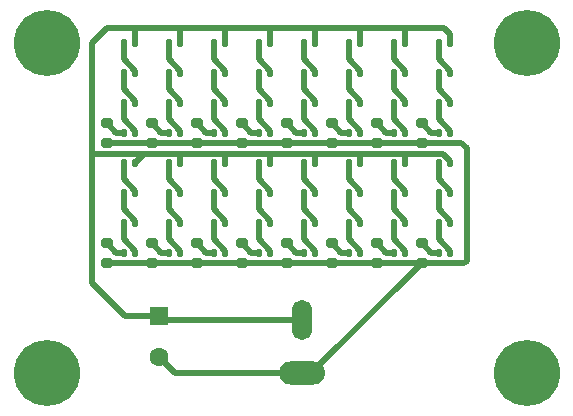
<source format=gbr>
%TF.GenerationSoftware,KiCad,Pcbnew,6.0.2+dfsg-1*%
%TF.CreationDate,2022-11-16T09:07:21-05:00*%
%TF.ProjectId,dragon-light-panel,64726167-6f6e-42d6-9c69-6768742d7061,rev?*%
%TF.SameCoordinates,Original*%
%TF.FileFunction,Copper,L1,Top*%
%TF.FilePolarity,Positive*%
%FSLAX46Y46*%
G04 Gerber Fmt 4.6, Leading zero omitted, Abs format (unit mm)*
G04 Created by KiCad (PCBNEW 6.0.2+dfsg-1) date 2022-11-16 09:07:21*
%MOMM*%
%LPD*%
G01*
G04 APERTURE LIST*
G04 Aperture macros list*
%AMRoundRect*
0 Rectangle with rounded corners*
0 $1 Rounding radius*
0 $2 $3 $4 $5 $6 $7 $8 $9 X,Y pos of 4 corners*
0 Add a 4 corners polygon primitive as box body*
4,1,4,$2,$3,$4,$5,$6,$7,$8,$9,$2,$3,0*
0 Add four circle primitives for the rounded corners*
1,1,$1+$1,$2,$3*
1,1,$1+$1,$4,$5*
1,1,$1+$1,$6,$7*
1,1,$1+$1,$8,$9*
0 Add four rect primitives between the rounded corners*
20,1,$1+$1,$2,$3,$4,$5,0*
20,1,$1+$1,$4,$5,$6,$7,0*
20,1,$1+$1,$6,$7,$8,$9,0*
20,1,$1+$1,$8,$9,$2,$3,0*%
G04 Aperture macros list end*
%TA.AperFunction,SMDPad,CuDef*%
%ADD10RoundRect,0.200000X0.275000X-0.200000X0.275000X0.200000X-0.275000X0.200000X-0.275000X-0.200000X0*%
%TD*%
%TA.AperFunction,SMDPad,CuDef*%
%ADD11RoundRect,0.147500X-0.147500X-0.172500X0.147500X-0.172500X0.147500X0.172500X-0.147500X0.172500X0*%
%TD*%
%TA.AperFunction,ComponentPad*%
%ADD12C,5.600000*%
%TD*%
%TA.AperFunction,ComponentPad*%
%ADD13O,3.900000X1.950000*%
%TD*%
%TA.AperFunction,ComponentPad*%
%ADD14O,1.700000X3.400000*%
%TD*%
%TA.AperFunction,ComponentPad*%
%ADD15R,1.600000X1.600000*%
%TD*%
%TA.AperFunction,ComponentPad*%
%ADD16C,1.600000*%
%TD*%
%TA.AperFunction,Conductor*%
%ADD17C,0.508000*%
%TD*%
G04 APERTURE END LIST*
D10*
%TO.P,R5,1*%
%TO.N,GND*%
X76200000Y-66865000D03*
%TO.P,R5,2*%
%TO.N,Net-(D20-Pad1)*%
X76200000Y-65215000D03*
%TD*%
D11*
%TO.P,D24,1,K*%
%TO.N,Net-(D24-Pad1)*%
X81430000Y-66040000D03*
%TO.P,D24,2,A*%
%TO.N,Net-(D23-Pad1)*%
X82400000Y-66040000D03*
%TD*%
D10*
%TO.P,R4,1*%
%TO.N,GND*%
X72390000Y-66865000D03*
%TO.P,R4,2*%
%TO.N,Net-(D16-Pad1)*%
X72390000Y-65215000D03*
%TD*%
D11*
%TO.P,D44,1,K*%
%TO.N,Net-(D44-Pad1)*%
X70000000Y-76200000D03*
%TO.P,D44,2,A*%
%TO.N,Net-(D43-Pad1)*%
X70970000Y-76200000D03*
%TD*%
%TO.P,D1,1,K*%
%TO.N,Net-(D1-Pad1)*%
X62380000Y-58420000D03*
%TO.P,D1,2,A*%
%TO.N,+12V*%
X63350000Y-58420000D03*
%TD*%
%TO.P,D17,1,K*%
%TO.N,Net-(D17-Pad1)*%
X77620000Y-58420000D03*
%TO.P,D17,2,A*%
%TO.N,+12V*%
X78590000Y-58420000D03*
%TD*%
%TO.P,D41,1,K*%
%TO.N,Net-(D41-Pad1)*%
X70000000Y-68580000D03*
%TO.P,D41,2,A*%
%TO.N,+12V*%
X70970000Y-68580000D03*
%TD*%
D10*
%TO.P,R11,1*%
%TO.N,GND*%
X68580000Y-77025000D03*
%TO.P,R11,2*%
%TO.N,Net-(D44-Pad1)*%
X68580000Y-75375000D03*
%TD*%
D11*
%TO.P,D45,1,K*%
%TO.N,Net-(D45-Pad1)*%
X73810000Y-68580000D03*
%TO.P,D45,2,A*%
%TO.N,+12V*%
X74780000Y-68580000D03*
%TD*%
D10*
%TO.P,R14,1*%
%TO.N,GND*%
X80010000Y-77025000D03*
%TO.P,R14,2*%
%TO.N,Net-(D56-Pad1)*%
X80010000Y-75375000D03*
%TD*%
D11*
%TO.P,D2,1,K*%
%TO.N,Net-(D2-Pad1)*%
X62380000Y-60960000D03*
%TO.P,D2,2,A*%
%TO.N,Net-(D1-Pad1)*%
X63350000Y-60960000D03*
%TD*%
%TO.P,D7,1,K*%
%TO.N,Net-(D7-Pad1)*%
X66190000Y-63500000D03*
%TO.P,D7,2,A*%
%TO.N,Net-(D6-Pad1)*%
X67160000Y-63500000D03*
%TD*%
%TO.P,D51,1,K*%
%TO.N,Net-(D51-Pad1)*%
X77620000Y-73660000D03*
%TO.P,D51,2,A*%
%TO.N,Net-(D50-Pad1)*%
X78590000Y-73660000D03*
%TD*%
%TO.P,D28,1,K*%
%TO.N,Net-(D28-Pad1)*%
X85240000Y-66040000D03*
%TO.P,D28,2,A*%
%TO.N,Net-(D27-Pad1)*%
X86210000Y-66040000D03*
%TD*%
D12*
%TO.P,H4,1,1*%
%TO.N,unconnected-(H4-Pad1)*%
X55880000Y-58420000D03*
%TD*%
D10*
%TO.P,R3,1*%
%TO.N,GND*%
X68580000Y-66865000D03*
%TO.P,R3,2*%
%TO.N,Net-(D12-Pad1)*%
X68580000Y-65215000D03*
%TD*%
D11*
%TO.P,D33,1,K*%
%TO.N,Net-(D33-Pad1)*%
X62380000Y-68580000D03*
%TO.P,D33,2,A*%
%TO.N,+12V*%
X63350000Y-68580000D03*
%TD*%
%TO.P,D22,1,K*%
%TO.N,Net-(D22-Pad1)*%
X81430000Y-60960000D03*
%TO.P,D22,2,A*%
%TO.N,Net-(D21-Pad1)*%
X82400000Y-60960000D03*
%TD*%
%TO.P,D63,1,K*%
%TO.N,Net-(D63-Pad1)*%
X89050000Y-73660000D03*
%TO.P,D63,2,A*%
%TO.N,Net-(D62-Pad1)*%
X90020000Y-73660000D03*
%TD*%
%TO.P,D60,1,K*%
%TO.N,Net-(D60-Pad1)*%
X85240000Y-76200000D03*
%TO.P,D60,2,A*%
%TO.N,Net-(D59-Pad1)*%
X86210000Y-76200000D03*
%TD*%
%TO.P,D52,1,K*%
%TO.N,Net-(D52-Pad1)*%
X77620000Y-76200000D03*
%TO.P,D52,2,A*%
%TO.N,Net-(D51-Pad1)*%
X78590000Y-76200000D03*
%TD*%
%TO.P,D53,1,K*%
%TO.N,Net-(D53-Pad1)*%
X81430000Y-68580000D03*
%TO.P,D53,2,A*%
%TO.N,+12V*%
X82400000Y-68580000D03*
%TD*%
%TO.P,D57,1,K*%
%TO.N,Net-(D57-Pad1)*%
X85240000Y-68580000D03*
%TO.P,D57,2,A*%
%TO.N,+12V*%
X86210000Y-68580000D03*
%TD*%
%TO.P,D25,1,K*%
%TO.N,Net-(D25-Pad1)*%
X85240000Y-58420000D03*
%TO.P,D25,2,A*%
%TO.N,+12V*%
X86210000Y-58420000D03*
%TD*%
%TO.P,D9,1,K*%
%TO.N,Net-(D10-Pad2)*%
X70000000Y-58420000D03*
%TO.P,D9,2,A*%
%TO.N,+12V*%
X70970000Y-58420000D03*
%TD*%
%TO.P,D55,1,K*%
%TO.N,Net-(D55-Pad1)*%
X81430000Y-73660000D03*
%TO.P,D55,2,A*%
%TO.N,Net-(D54-Pad1)*%
X82400000Y-73660000D03*
%TD*%
%TO.P,D62,1,K*%
%TO.N,Net-(D62-Pad1)*%
X89050000Y-71120000D03*
%TO.P,D62,2,A*%
%TO.N,Net-(D61-Pad1)*%
X90020000Y-71120000D03*
%TD*%
%TO.P,D11,1,K*%
%TO.N,Net-(D11-Pad1)*%
X70000000Y-63500000D03*
%TO.P,D11,2,A*%
%TO.N,Net-(D10-Pad1)*%
X70970000Y-63500000D03*
%TD*%
%TO.P,D42,1,K*%
%TO.N,Net-(D42-Pad1)*%
X70000000Y-71120000D03*
%TO.P,D42,2,A*%
%TO.N,Net-(D41-Pad1)*%
X70970000Y-71120000D03*
%TD*%
D12*
%TO.P,H1,1,1*%
%TO.N,unconnected-(H1-Pad1)*%
X96520000Y-86360000D03*
%TD*%
D11*
%TO.P,D47,1,K*%
%TO.N,Net-(D47-Pad1)*%
X73810000Y-73660000D03*
%TO.P,D47,2,A*%
%TO.N,Net-(D46-Pad1)*%
X74780000Y-73660000D03*
%TD*%
%TO.P,D61,1,K*%
%TO.N,Net-(D61-Pad1)*%
X89050000Y-68580000D03*
%TO.P,D61,2,A*%
%TO.N,+12V*%
X90020000Y-68580000D03*
%TD*%
%TO.P,D8,1,K*%
%TO.N,Net-(D8-Pad1)*%
X66190000Y-66040000D03*
%TO.P,D8,2,A*%
%TO.N,Net-(D7-Pad1)*%
X67160000Y-66040000D03*
%TD*%
D12*
%TO.P,H2,1,1*%
%TO.N,unconnected-(H2-Pad1)*%
X55880000Y-86360000D03*
%TD*%
D11*
%TO.P,D37,1,K*%
%TO.N,Net-(D37-Pad1)*%
X66190000Y-68580000D03*
%TO.P,D37,2,A*%
%TO.N,+12V*%
X67160000Y-68580000D03*
%TD*%
%TO.P,D56,1,K*%
%TO.N,Net-(D56-Pad1)*%
X81430000Y-76200000D03*
%TO.P,D56,2,A*%
%TO.N,Net-(D55-Pad1)*%
X82400000Y-76200000D03*
%TD*%
%TO.P,D58,1,K*%
%TO.N,Net-(D58-Pad1)*%
X85240000Y-71120000D03*
%TO.P,D58,2,A*%
%TO.N,Net-(D57-Pad1)*%
X86210000Y-71120000D03*
%TD*%
%TO.P,D48,1,K*%
%TO.N,Net-(D48-Pad1)*%
X73810000Y-76200000D03*
%TO.P,D48,2,A*%
%TO.N,Net-(D47-Pad1)*%
X74780000Y-76200000D03*
%TD*%
%TO.P,D31,1,K*%
%TO.N,Net-(D31-Pad1)*%
X89050000Y-63500000D03*
%TO.P,D31,2,A*%
%TO.N,Net-(D30-Pad1)*%
X90020000Y-63500000D03*
%TD*%
%TO.P,D6,1,K*%
%TO.N,Net-(D6-Pad1)*%
X66190000Y-60960000D03*
%TO.P,D6,2,A*%
%TO.N,Net-(D5-Pad1)*%
X67160000Y-60960000D03*
%TD*%
%TO.P,D14,1,K*%
%TO.N,Net-(D14-Pad1)*%
X73810000Y-60960000D03*
%TO.P,D14,2,A*%
%TO.N,Net-(D13-Pad1)*%
X74780000Y-60960000D03*
%TD*%
%TO.P,D19,1,K*%
%TO.N,Net-(D19-Pad1)*%
X77620000Y-63500000D03*
%TO.P,D19,2,A*%
%TO.N,Net-(D18-Pad1)*%
X78590000Y-63500000D03*
%TD*%
D10*
%TO.P,R15,1*%
%TO.N,GND*%
X83820000Y-77025000D03*
%TO.P,R15,2*%
%TO.N,Net-(D60-Pad1)*%
X83820000Y-75375000D03*
%TD*%
D12*
%TO.P,H3,1,1*%
%TO.N,unconnected-(H3-Pad1)*%
X96520000Y-58420000D03*
%TD*%
D11*
%TO.P,D20,1,K*%
%TO.N,Net-(D20-Pad1)*%
X77620000Y-66040000D03*
%TO.P,D20,2,A*%
%TO.N,Net-(D19-Pad1)*%
X78590000Y-66040000D03*
%TD*%
%TO.P,D36,1,K*%
%TO.N,Net-(D36-Pad1)*%
X62380000Y-76200000D03*
%TO.P,D36,2,A*%
%TO.N,Net-(D35-Pad1)*%
X63350000Y-76200000D03*
%TD*%
%TO.P,D26,1,K*%
%TO.N,Net-(D26-Pad1)*%
X85240000Y-60960000D03*
%TO.P,D26,2,A*%
%TO.N,Net-(D25-Pad1)*%
X86210000Y-60960000D03*
%TD*%
D13*
%TO.P,J1,1*%
%TO.N,GND*%
X77470000Y-86360000D03*
D14*
%TO.P,J1,2*%
%TO.N,+12V*%
X77470000Y-81860000D03*
%TD*%
D11*
%TO.P,D18,1,K*%
%TO.N,Net-(D18-Pad1)*%
X77620000Y-60960000D03*
%TO.P,D18,2,A*%
%TO.N,Net-(D17-Pad1)*%
X78590000Y-60960000D03*
%TD*%
%TO.P,D23,1,K*%
%TO.N,Net-(D23-Pad1)*%
X81430000Y-63500000D03*
%TO.P,D23,2,A*%
%TO.N,Net-(D22-Pad1)*%
X82400000Y-63500000D03*
%TD*%
%TO.P,D54,1,K*%
%TO.N,Net-(D54-Pad1)*%
X81430000Y-71120000D03*
%TO.P,D54,2,A*%
%TO.N,Net-(D53-Pad1)*%
X82400000Y-71120000D03*
%TD*%
%TO.P,D16,1,K*%
%TO.N,Net-(D16-Pad1)*%
X73810000Y-66040000D03*
%TO.P,D16,2,A*%
%TO.N,Net-(D15-Pad1)*%
X74780000Y-66040000D03*
%TD*%
%TO.P,D29,1,K*%
%TO.N,Net-(D29-Pad1)*%
X89050000Y-58420000D03*
%TO.P,D29,2,A*%
%TO.N,+12V*%
X90020000Y-58420000D03*
%TD*%
%TO.P,D64,1,K*%
%TO.N,Net-(D64-Pad1)*%
X89050000Y-76200000D03*
%TO.P,D64,2,A*%
%TO.N,Net-(D63-Pad1)*%
X90020000Y-76200000D03*
%TD*%
D10*
%TO.P,R8,1*%
%TO.N,GND*%
X87630000Y-66865000D03*
%TO.P,R8,2*%
%TO.N,Net-(D32-Pad1)*%
X87630000Y-65215000D03*
%TD*%
D11*
%TO.P,D59,1,K*%
%TO.N,Net-(D59-Pad1)*%
X85240000Y-73660000D03*
%TO.P,D59,2,A*%
%TO.N,Net-(D58-Pad1)*%
X86210000Y-73660000D03*
%TD*%
%TO.P,D27,1,K*%
%TO.N,Net-(D27-Pad1)*%
X85240000Y-63500000D03*
%TO.P,D27,2,A*%
%TO.N,Net-(D26-Pad1)*%
X86210000Y-63500000D03*
%TD*%
%TO.P,D5,1,K*%
%TO.N,Net-(D5-Pad1)*%
X66190000Y-58420000D03*
%TO.P,D5,2,A*%
%TO.N,+12V*%
X67160000Y-58420000D03*
%TD*%
D10*
%TO.P,R9,1*%
%TO.N,GND*%
X60960000Y-77025000D03*
%TO.P,R9,2*%
%TO.N,Net-(D36-Pad1)*%
X60960000Y-75375000D03*
%TD*%
D11*
%TO.P,D43,1,K*%
%TO.N,Net-(D43-Pad1)*%
X70000000Y-73660000D03*
%TO.P,D43,2,A*%
%TO.N,Net-(D42-Pad1)*%
X70970000Y-73660000D03*
%TD*%
D10*
%TO.P,R7,1*%
%TO.N,GND*%
X83820000Y-66865000D03*
%TO.P,R7,2*%
%TO.N,Net-(D28-Pad1)*%
X83820000Y-65215000D03*
%TD*%
D11*
%TO.P,D3,1,K*%
%TO.N,Net-(D3-Pad1)*%
X62380000Y-63500000D03*
%TO.P,D3,2,A*%
%TO.N,Net-(D2-Pad1)*%
X63350000Y-63500000D03*
%TD*%
D10*
%TO.P,R1,1*%
%TO.N,GND*%
X60960000Y-66865000D03*
%TO.P,R1,2*%
%TO.N,Net-(D4-Pad1)*%
X60960000Y-65215000D03*
%TD*%
%TO.P,R13,1*%
%TO.N,GND*%
X76200000Y-77025000D03*
%TO.P,R13,2*%
%TO.N,Net-(D52-Pad1)*%
X76200000Y-75375000D03*
%TD*%
D15*
%TO.P,C1,1*%
%TO.N,+12V*%
X65405000Y-81532349D03*
D16*
%TO.P,C1,2*%
%TO.N,GND*%
X65405000Y-85032349D03*
%TD*%
D10*
%TO.P,R16,1*%
%TO.N,GND*%
X87630000Y-77025000D03*
%TO.P,R16,2*%
%TO.N,Net-(D64-Pad1)*%
X87630000Y-75375000D03*
%TD*%
D11*
%TO.P,D35,1,K*%
%TO.N,Net-(D35-Pad1)*%
X62380000Y-73660000D03*
%TO.P,D35,2,A*%
%TO.N,Net-(D34-Pad1)*%
X63350000Y-73660000D03*
%TD*%
%TO.P,D38,1,K*%
%TO.N,Net-(D38-Pad1)*%
X66190000Y-71120000D03*
%TO.P,D38,2,A*%
%TO.N,Net-(D37-Pad1)*%
X67160000Y-71120000D03*
%TD*%
%TO.P,D10,1,K*%
%TO.N,Net-(D10-Pad1)*%
X70000000Y-60960000D03*
%TO.P,D10,2,A*%
%TO.N,Net-(D10-Pad2)*%
X70970000Y-60960000D03*
%TD*%
%TO.P,D34,1,K*%
%TO.N,Net-(D34-Pad1)*%
X62380000Y-71120000D03*
%TO.P,D34,2,A*%
%TO.N,Net-(D33-Pad1)*%
X63350000Y-71120000D03*
%TD*%
%TO.P,D30,1,K*%
%TO.N,Net-(D30-Pad1)*%
X89050000Y-60960000D03*
%TO.P,D30,2,A*%
%TO.N,Net-(D29-Pad1)*%
X90020000Y-60960000D03*
%TD*%
%TO.P,D13,1,K*%
%TO.N,Net-(D13-Pad1)*%
X73810000Y-58420000D03*
%TO.P,D13,2,A*%
%TO.N,+12V*%
X74780000Y-58420000D03*
%TD*%
%TO.P,D21,1,K*%
%TO.N,Net-(D21-Pad1)*%
X81430000Y-58420000D03*
%TO.P,D21,2,A*%
%TO.N,+12V*%
X82400000Y-58420000D03*
%TD*%
%TO.P,D46,1,K*%
%TO.N,Net-(D46-Pad1)*%
X73810000Y-71120000D03*
%TO.P,D46,2,A*%
%TO.N,Net-(D45-Pad1)*%
X74780000Y-71120000D03*
%TD*%
%TO.P,D39,1,K*%
%TO.N,Net-(D39-Pad1)*%
X66190000Y-73660000D03*
%TO.P,D39,2,A*%
%TO.N,Net-(D38-Pad1)*%
X67160000Y-73660000D03*
%TD*%
%TO.P,D32,1,K*%
%TO.N,Net-(D32-Pad1)*%
X89050000Y-66040000D03*
%TO.P,D32,2,A*%
%TO.N,Net-(D31-Pad1)*%
X90020000Y-66040000D03*
%TD*%
D10*
%TO.P,R2,1*%
%TO.N,GND*%
X64770000Y-66865000D03*
%TO.P,R2,2*%
%TO.N,Net-(D8-Pad1)*%
X64770000Y-65215000D03*
%TD*%
%TO.P,R6,1*%
%TO.N,GND*%
X80010000Y-66865000D03*
%TO.P,R6,2*%
%TO.N,Net-(D24-Pad1)*%
X80010000Y-65215000D03*
%TD*%
%TO.P,R10,1*%
%TO.N,GND*%
X64770000Y-77025000D03*
%TO.P,R10,2*%
%TO.N,Net-(D40-Pad1)*%
X64770000Y-75375000D03*
%TD*%
D11*
%TO.P,D40,1,K*%
%TO.N,Net-(D40-Pad1)*%
X66190000Y-76200000D03*
%TO.P,D40,2,A*%
%TO.N,Net-(D39-Pad1)*%
X67160000Y-76200000D03*
%TD*%
%TO.P,D12,1,K*%
%TO.N,Net-(D12-Pad1)*%
X70000000Y-66040000D03*
%TO.P,D12,2,A*%
%TO.N,Net-(D11-Pad1)*%
X70970000Y-66040000D03*
%TD*%
%TO.P,D49,1,K*%
%TO.N,Net-(D49-Pad1)*%
X77620000Y-68580000D03*
%TO.P,D49,2,A*%
%TO.N,+12V*%
X78590000Y-68580000D03*
%TD*%
%TO.P,D4,1,K*%
%TO.N,Net-(D4-Pad1)*%
X62380000Y-66040000D03*
%TO.P,D4,2,A*%
%TO.N,Net-(D3-Pad1)*%
X63350000Y-66040000D03*
%TD*%
%TO.P,D15,1,K*%
%TO.N,Net-(D15-Pad1)*%
X73810000Y-63500000D03*
%TO.P,D15,2,A*%
%TO.N,Net-(D14-Pad1)*%
X74780000Y-63500000D03*
%TD*%
%TO.P,D50,1,K*%
%TO.N,Net-(D50-Pad1)*%
X77620000Y-71120000D03*
%TO.P,D50,2,A*%
%TO.N,Net-(D49-Pad1)*%
X78590000Y-71120000D03*
%TD*%
D10*
%TO.P,R12,1*%
%TO.N,GND*%
X72390000Y-77025000D03*
%TO.P,R12,2*%
%TO.N,Net-(D48-Pad1)*%
X72390000Y-75375000D03*
%TD*%
D17*
%TO.N,GND*%
X65405000Y-85032349D02*
X66732651Y-86360000D01*
X66732651Y-86360000D02*
X77470000Y-86360000D01*
%TO.N,+12V*%
X65405000Y-81532349D02*
X62482349Y-81532349D01*
X62482349Y-81532349D02*
X59690000Y-78740000D01*
X59690000Y-78740000D02*
X59690000Y-66994216D01*
X77470000Y-81860000D02*
X65732651Y-81860000D01*
X65732651Y-81860000D02*
X65405000Y-81532349D01*
X78590000Y-68580000D02*
X78590000Y-67817960D01*
X59690000Y-67806480D02*
X59690000Y-66994216D01*
X64123520Y-67806480D02*
X67171480Y-67806480D01*
X70970000Y-67817960D02*
X70981480Y-67806480D01*
X70981480Y-67806480D02*
X74791480Y-67806480D01*
X71120000Y-57150000D02*
X74930000Y-57150000D01*
X82400000Y-57300000D02*
X82550000Y-57150000D01*
X63350000Y-58420000D02*
X63350000Y-57300000D01*
X82550000Y-57150000D02*
X86360000Y-57150000D01*
X78590000Y-58420000D02*
X78590000Y-57300000D01*
X89535000Y-57150000D02*
X90020000Y-57635000D01*
X89446450Y-67806480D02*
X90020000Y-68380030D01*
X63350000Y-68580000D02*
X64123520Y-67806480D01*
X59690000Y-58420000D02*
X60960000Y-57150000D01*
X78590000Y-67817960D02*
X78601480Y-67806480D01*
X67171480Y-67806480D02*
X70981480Y-67806480D01*
X82400000Y-58420000D02*
X82400000Y-57300000D01*
X74780000Y-57300000D02*
X74930000Y-57150000D01*
X86210000Y-68580000D02*
X86210000Y-67817960D01*
X86360000Y-57150000D02*
X89535000Y-57150000D01*
X60960000Y-57150000D02*
X63500000Y-57150000D01*
X70970000Y-58420000D02*
X70970000Y-57300000D01*
X63500000Y-57150000D02*
X67310000Y-57150000D01*
X78601480Y-67806480D02*
X82411480Y-67806480D01*
X67310000Y-57150000D02*
X71120000Y-57150000D01*
X64123520Y-67806480D02*
X59690000Y-67806480D01*
X67160000Y-58420000D02*
X67160000Y-57300000D01*
X82411480Y-67806480D02*
X86221480Y-67806480D01*
X67160000Y-57300000D02*
X67310000Y-57150000D01*
X67160000Y-67817960D02*
X67171480Y-67806480D01*
X70970000Y-57300000D02*
X71120000Y-57150000D01*
X78590000Y-57300000D02*
X78740000Y-57150000D01*
X74930000Y-57150000D02*
X78740000Y-57150000D01*
X90020000Y-57635000D02*
X90020000Y-58420000D01*
X74780000Y-58420000D02*
X74780000Y-57300000D01*
X82400000Y-68580000D02*
X82400000Y-67817960D01*
X82400000Y-67817960D02*
X82411480Y-67806480D01*
X86221480Y-67806480D02*
X89446450Y-67806480D01*
X86210000Y-57300000D02*
X86360000Y-57150000D01*
X78740000Y-57150000D02*
X82550000Y-57150000D01*
X67160000Y-68580000D02*
X67160000Y-67817960D01*
X74780000Y-67817960D02*
X74791480Y-67806480D01*
X59690000Y-66994216D02*
X59690000Y-58420000D01*
X63350000Y-57300000D02*
X63500000Y-57150000D01*
X86210000Y-67817960D02*
X86221480Y-67806480D01*
X70970000Y-68580000D02*
X70970000Y-67817960D01*
X74791480Y-67806480D02*
X78601480Y-67806480D01*
X86210000Y-58420000D02*
X86210000Y-57300000D01*
X74780000Y-68580000D02*
X74780000Y-67817960D01*
X90020000Y-68380030D02*
X90020000Y-68580000D01*
%TO.N,GND*%
X83820000Y-66865000D02*
X87630000Y-66865000D01*
X91250000Y-77025000D02*
X91440000Y-76835000D01*
X80010000Y-66865000D02*
X83820000Y-66865000D01*
X90995000Y-66865000D02*
X87630000Y-66865000D01*
X77470000Y-86360000D02*
X78295000Y-86360000D01*
X60960000Y-77025000D02*
X87630000Y-77025000D01*
X60960000Y-66865000D02*
X64770000Y-66865000D01*
X78295000Y-86360000D02*
X87630000Y-77025000D01*
X76200000Y-66865000D02*
X80010000Y-66865000D01*
X72390000Y-66865000D02*
X76200000Y-66865000D01*
X91440000Y-76835000D02*
X91440000Y-67310000D01*
X91440000Y-67310000D02*
X90995000Y-66865000D01*
X64770000Y-66865000D02*
X68580000Y-66865000D01*
X68580000Y-66865000D02*
X72390000Y-66865000D01*
X87630000Y-77025000D02*
X91250000Y-77025000D01*
%TO.N,Net-(D1-Pad1)*%
X63350000Y-60760030D02*
X63350000Y-60960000D01*
X62380000Y-59790030D02*
X63350000Y-60760030D01*
X62380000Y-58420000D02*
X62380000Y-59790030D01*
%TO.N,Net-(D5-Pad1)*%
X66190000Y-59790030D02*
X67160000Y-60760030D01*
X67160000Y-60760030D02*
X67160000Y-60960000D01*
X66190000Y-58420000D02*
X66190000Y-59790030D01*
%TO.N,Net-(D21-Pad1)*%
X82400000Y-60760030D02*
X82400000Y-60960000D01*
X81430000Y-59790030D02*
X82400000Y-60760030D01*
X81430000Y-58420000D02*
X81430000Y-59790030D01*
%TO.N,Net-(D25-Pad1)*%
X85240000Y-59790030D02*
X86210000Y-60760030D01*
X85240000Y-58420000D02*
X85240000Y-59790030D01*
X86210000Y-60760030D02*
X86210000Y-60960000D01*
%TO.N,Net-(D10-Pad1)*%
X70000000Y-60960000D02*
X70000000Y-62330030D01*
X70000000Y-62330030D02*
X70970000Y-63300030D01*
X70970000Y-63300030D02*
X70970000Y-63500000D01*
%TO.N,Net-(D10-Pad2)*%
X70970000Y-60760030D02*
X70970000Y-60960000D01*
X70000000Y-59790030D02*
X70970000Y-60760030D01*
X70000000Y-58420000D02*
X70000000Y-59790030D01*
%TO.N,Net-(D13-Pad1)*%
X73810000Y-58420000D02*
X73810000Y-59790030D01*
X73810000Y-59790030D02*
X74780000Y-60760030D01*
X74780000Y-60760030D02*
X74780000Y-60960000D01*
%TO.N,Net-(D17-Pad1)*%
X77620000Y-59790030D02*
X78590000Y-60760030D01*
X77620000Y-58420000D02*
X77620000Y-59790030D01*
X78590000Y-60760030D02*
X78590000Y-60960000D01*
%TO.N,Net-(D29-Pad1)*%
X89050000Y-58420000D02*
X89050000Y-59790030D01*
X90020000Y-60760030D02*
X90020000Y-60960000D01*
X89050000Y-59790030D02*
X90020000Y-60760030D01*
%TO.N,Net-(D33-Pad1)*%
X63350000Y-70920030D02*
X63350000Y-71120000D01*
X62380000Y-69950030D02*
X63350000Y-70920030D01*
X62380000Y-68580000D02*
X62380000Y-69950030D01*
%TO.N,Net-(D37-Pad1)*%
X66190000Y-68580000D02*
X66190000Y-69950030D01*
X67160000Y-70920030D02*
X67160000Y-71120000D01*
X66190000Y-69950030D02*
X67160000Y-70920030D01*
%TO.N,Net-(D41-Pad1)*%
X70970000Y-70920030D02*
X70970000Y-71120000D01*
X70000000Y-68580000D02*
X70000000Y-69950030D01*
X70000000Y-69950030D02*
X70970000Y-70920030D01*
%TO.N,Net-(D45-Pad1)*%
X73810000Y-68580000D02*
X73810000Y-69950030D01*
X74780000Y-70920030D02*
X74780000Y-71120000D01*
X73810000Y-69950030D02*
X74780000Y-70920030D01*
%TO.N,Net-(D49-Pad1)*%
X78590000Y-70920030D02*
X78590000Y-71120000D01*
X77620000Y-68580000D02*
X77620000Y-69950030D01*
X77620000Y-69950030D02*
X78590000Y-70920030D01*
%TO.N,Net-(D53-Pad1)*%
X81430000Y-69950030D02*
X82400000Y-70920030D01*
X81430000Y-68580000D02*
X81430000Y-69950030D01*
X82400000Y-70920030D02*
X82400000Y-71120000D01*
%TO.N,Net-(D57-Pad1)*%
X85240000Y-68580000D02*
X85240000Y-69950030D01*
X86210000Y-70920030D02*
X86210000Y-71120000D01*
X85240000Y-69950030D02*
X86210000Y-70920030D01*
%TO.N,Net-(D61-Pad1)*%
X90020000Y-70920030D02*
X90020000Y-71120000D01*
X89050000Y-68580000D02*
X89050000Y-69950030D01*
X89050000Y-69950030D02*
X90020000Y-70920030D01*
%TO.N,Net-(D2-Pad1)*%
X63350000Y-63300030D02*
X63350000Y-63500000D01*
X62380000Y-62330030D02*
X63350000Y-63300030D01*
X62380000Y-60960000D02*
X62380000Y-62330030D01*
%TO.N,Net-(D3-Pad1)*%
X62380000Y-64870030D02*
X63350000Y-65840030D01*
X63350000Y-65840030D02*
X63350000Y-66040000D01*
X62380000Y-63500000D02*
X62380000Y-64870030D01*
%TO.N,Net-(D4-Pad1)*%
X61785000Y-66040000D02*
X60960000Y-65215000D01*
X62380000Y-66040000D02*
X61785000Y-66040000D01*
%TO.N,Net-(D6-Pad1)*%
X66190000Y-62330030D02*
X67160000Y-63300030D01*
X67160000Y-63300030D02*
X67160000Y-63500000D01*
X66190000Y-60960000D02*
X66190000Y-62330030D01*
%TO.N,Net-(D7-Pad1)*%
X66190000Y-64870030D02*
X67160000Y-65840030D01*
X66190000Y-63500000D02*
X66190000Y-64870030D01*
X67160000Y-65840030D02*
X67160000Y-66040000D01*
%TO.N,Net-(D8-Pad1)*%
X65595000Y-66040000D02*
X64770000Y-65215000D01*
X66190000Y-66040000D02*
X65595000Y-66040000D01*
%TO.N,Net-(D11-Pad1)*%
X70000000Y-63500000D02*
X70000000Y-64870030D01*
X70000000Y-64870030D02*
X70970000Y-65840030D01*
X70970000Y-65840030D02*
X70970000Y-66040000D01*
%TO.N,Net-(D12-Pad1)*%
X69405000Y-66040000D02*
X68580000Y-65215000D01*
X70000000Y-66040000D02*
X69405000Y-66040000D01*
%TO.N,Net-(D14-Pad1)*%
X74780000Y-63300030D02*
X74780000Y-63500000D01*
X73810000Y-60960000D02*
X73810000Y-62330030D01*
X73810000Y-62330030D02*
X74780000Y-63300030D01*
%TO.N,Net-(D15-Pad1)*%
X74780000Y-65840030D02*
X74780000Y-66040000D01*
X73810000Y-64870030D02*
X74780000Y-65840030D01*
X73810000Y-63500000D02*
X73810000Y-64870030D01*
%TO.N,Net-(D16-Pad1)*%
X73810000Y-66040000D02*
X73215000Y-66040000D01*
X73215000Y-66040000D02*
X72390000Y-65215000D01*
%TO.N,Net-(D18-Pad1)*%
X77620000Y-62330030D02*
X78590000Y-63300030D01*
X78590000Y-63300030D02*
X78590000Y-63500000D01*
X77620000Y-60960000D02*
X77620000Y-62330030D01*
%TO.N,Net-(D19-Pad1)*%
X78590000Y-65840030D02*
X78590000Y-66040000D01*
X77620000Y-64870030D02*
X78590000Y-65840030D01*
X77620000Y-63500000D02*
X77620000Y-64870030D01*
%TO.N,Net-(D20-Pad1)*%
X77025000Y-66040000D02*
X76200000Y-65215000D01*
X77620000Y-66040000D02*
X77025000Y-66040000D01*
%TO.N,Net-(D22-Pad1)*%
X81430000Y-62330030D02*
X82400000Y-63300030D01*
X82400000Y-63300030D02*
X82400000Y-63500000D01*
X81430000Y-60960000D02*
X81430000Y-62330030D01*
%TO.N,Net-(D23-Pad1)*%
X81430000Y-64870030D02*
X82400000Y-65840030D01*
X82400000Y-65840030D02*
X82400000Y-66040000D01*
X81430000Y-63500000D02*
X81430000Y-64870030D01*
%TO.N,Net-(D24-Pad1)*%
X80835000Y-66040000D02*
X80010000Y-65215000D01*
X81430000Y-66040000D02*
X80835000Y-66040000D01*
%TO.N,Net-(D26-Pad1)*%
X85240000Y-60960000D02*
X85240000Y-62330030D01*
X85240000Y-62330030D02*
X86210000Y-63300030D01*
X86210000Y-63300030D02*
X86210000Y-63500000D01*
%TO.N,Net-(D27-Pad1)*%
X85240000Y-64870030D02*
X86210000Y-65840030D01*
X85240000Y-63500000D02*
X85240000Y-64870030D01*
X86210000Y-65840030D02*
X86210000Y-66040000D01*
%TO.N,Net-(D28-Pad1)*%
X85240000Y-66040000D02*
X84645000Y-66040000D01*
X84645000Y-66040000D02*
X83820000Y-65215000D01*
%TO.N,Net-(D30-Pad1)*%
X90020000Y-63300030D02*
X90020000Y-63500000D01*
X89050000Y-60960000D02*
X89050000Y-62330030D01*
X89050000Y-62330030D02*
X90020000Y-63300030D01*
%TO.N,Net-(D31-Pad1)*%
X89050000Y-63500000D02*
X89050000Y-64870030D01*
X89050000Y-64870030D02*
X90020000Y-65840030D01*
X90020000Y-65840030D02*
X90020000Y-66040000D01*
%TO.N,Net-(D32-Pad1)*%
X88455000Y-66040000D02*
X87630000Y-65215000D01*
X89050000Y-66040000D02*
X88455000Y-66040000D01*
%TO.N,Net-(D34-Pad1)*%
X63350000Y-73460030D02*
X63350000Y-73660000D01*
X62380000Y-72490030D02*
X63350000Y-73460030D01*
X62380000Y-71120000D02*
X62380000Y-72490030D01*
%TO.N,Net-(D35-Pad1)*%
X62380000Y-73660000D02*
X62380000Y-75030030D01*
X62380000Y-75030030D02*
X63350000Y-76000030D01*
X63350000Y-76000030D02*
X63350000Y-76200000D01*
%TO.N,Net-(D36-Pad1)*%
X61785000Y-76200000D02*
X60960000Y-75375000D01*
X62380000Y-76200000D02*
X61785000Y-76200000D01*
%TO.N,Net-(D38-Pad1)*%
X67160000Y-73460030D02*
X67160000Y-73660000D01*
X66190000Y-72490030D02*
X67160000Y-73460030D01*
X66190000Y-71120000D02*
X66190000Y-72490030D01*
%TO.N,Net-(D39-Pad1)*%
X66190000Y-73660000D02*
X66190000Y-75030030D01*
X66190000Y-75030030D02*
X67160000Y-76000030D01*
X67160000Y-76000030D02*
X67160000Y-76200000D01*
%TO.N,Net-(D40-Pad1)*%
X66190000Y-76200000D02*
X65595000Y-76200000D01*
X65595000Y-76200000D02*
X64770000Y-75375000D01*
%TO.N,Net-(D42-Pad1)*%
X70000000Y-71120000D02*
X70000000Y-72490030D01*
X70970000Y-73460030D02*
X70970000Y-73660000D01*
X70000000Y-72490030D02*
X70970000Y-73460030D01*
%TO.N,Net-(D43-Pad1)*%
X70000000Y-73660000D02*
X70000000Y-75030030D01*
X70000000Y-75030030D02*
X70970000Y-76000030D01*
X70970000Y-76000030D02*
X70970000Y-76200000D01*
%TO.N,Net-(D44-Pad1)*%
X70000000Y-76200000D02*
X69405000Y-76200000D01*
X69405000Y-76200000D02*
X68580000Y-75375000D01*
%TO.N,Net-(D46-Pad1)*%
X73810000Y-72490030D02*
X74780000Y-73460030D01*
X74780000Y-73460030D02*
X74780000Y-73660000D01*
X73810000Y-71120000D02*
X73810000Y-72490030D01*
%TO.N,Net-(D47-Pad1)*%
X73810000Y-75030030D02*
X74780000Y-76000030D01*
X73810000Y-73660000D02*
X73810000Y-75030030D01*
X74780000Y-76000030D02*
X74780000Y-76200000D01*
%TO.N,Net-(D48-Pad1)*%
X73215000Y-76200000D02*
X72390000Y-75375000D01*
X73810000Y-76200000D02*
X73215000Y-76200000D01*
%TO.N,Net-(D50-Pad1)*%
X77620000Y-71120000D02*
X77620000Y-72490030D01*
X77620000Y-72490030D02*
X78590000Y-73460030D01*
X78590000Y-73460030D02*
X78590000Y-73660000D01*
%TO.N,Net-(D51-Pad1)*%
X78590000Y-76000030D02*
X78590000Y-76200000D01*
X77620000Y-73660000D02*
X77620000Y-75030030D01*
X77620000Y-75030030D02*
X78590000Y-76000030D01*
%TO.N,Net-(D52-Pad1)*%
X77025000Y-76200000D02*
X76200000Y-75375000D01*
X77620000Y-76200000D02*
X77025000Y-76200000D01*
%TO.N,Net-(D54-Pad1)*%
X82400000Y-73460030D02*
X82400000Y-73660000D01*
X81430000Y-72490030D02*
X82400000Y-73460030D01*
X81430000Y-71120000D02*
X81430000Y-72490030D01*
%TO.N,Net-(D55-Pad1)*%
X81430000Y-75030030D02*
X82400000Y-76000030D01*
X82400000Y-76000030D02*
X82400000Y-76200000D01*
X81430000Y-73660000D02*
X81430000Y-75030030D01*
%TO.N,Net-(D56-Pad1)*%
X81430000Y-76200000D02*
X80835000Y-76200000D01*
X80835000Y-76200000D02*
X80010000Y-75375000D01*
%TO.N,Net-(D58-Pad1)*%
X85240000Y-72490030D02*
X86210000Y-73460030D01*
X85240000Y-71120000D02*
X85240000Y-72490030D01*
X86210000Y-73460030D02*
X86210000Y-73660000D01*
%TO.N,Net-(D59-Pad1)*%
X85240000Y-75030030D02*
X86210000Y-76000030D01*
X85240000Y-73660000D02*
X85240000Y-75030030D01*
X86210000Y-76000030D02*
X86210000Y-76200000D01*
%TO.N,Net-(D60-Pad1)*%
X85240000Y-76200000D02*
X84645000Y-76200000D01*
X84645000Y-76200000D02*
X83820000Y-75375000D01*
%TO.N,Net-(D62-Pad1)*%
X89050000Y-71120000D02*
X89050000Y-72490030D01*
X90020000Y-73460030D02*
X90020000Y-73660000D01*
X89050000Y-72490030D02*
X90020000Y-73460030D01*
%TO.N,Net-(D63-Pad1)*%
X89050000Y-75030030D02*
X90020000Y-76000030D01*
X90020000Y-76000030D02*
X90020000Y-76200000D01*
X89050000Y-73660000D02*
X89050000Y-75030030D01*
%TO.N,Net-(D64-Pad1)*%
X88455000Y-76200000D02*
X87630000Y-75375000D01*
X89050000Y-76200000D02*
X88455000Y-76200000D01*
%TD*%
M02*

</source>
